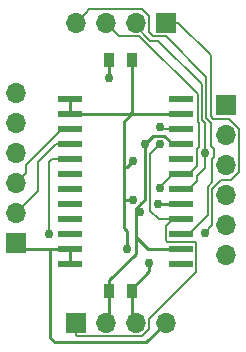
<source format=gtl>
G04 #@! TF.FileFunction,Copper,L1,Top,Signal*
%FSLAX46Y46*%
G04 Gerber Fmt 4.6, Leading zero omitted, Abs format (unit mm)*
G04 Created by KiCad (PCBNEW 4.0.4-stable) date 12/02/17 16:34:21*
%MOMM*%
%LPD*%
G01*
G04 APERTURE LIST*
%ADD10C,0.100000*%
%ADD11R,0.900000X1.300000*%
%ADD12R,2.000000X0.600000*%
%ADD13R,1.700000X1.700000*%
%ADD14O,1.700000X1.700000*%
%ADD15C,0.762000*%
%ADD16C,0.254000*%
%ADD17C,0.177800*%
G04 APERTURE END LIST*
D10*
D11*
X147590000Y-95250000D03*
X149490000Y-95250000D03*
X147590000Y-114808000D03*
X149490000Y-114808000D03*
D12*
X153672000Y-112522000D03*
X153672000Y-111252000D03*
X153672000Y-109982000D03*
X153672000Y-108712000D03*
X153672000Y-107442000D03*
X153672000Y-106172000D03*
X153672000Y-104902000D03*
X153672000Y-103632000D03*
X153672000Y-102362000D03*
X153672000Y-101092000D03*
X153672000Y-99822000D03*
X153672000Y-98552000D03*
X144272000Y-98552000D03*
X144272000Y-99822000D03*
X144272000Y-101092000D03*
X144272000Y-102362000D03*
X144272000Y-103632000D03*
X144272000Y-104902000D03*
X144272000Y-106172000D03*
X144272000Y-107442000D03*
X144272000Y-108712000D03*
X144272000Y-109982000D03*
X144272000Y-111252000D03*
X144272000Y-112522000D03*
D13*
X157480000Y-99060000D03*
D14*
X157480000Y-101600000D03*
X157480000Y-104140000D03*
X157480000Y-106680000D03*
X157480000Y-109220000D03*
X157480000Y-111760000D03*
D13*
X139700000Y-110744000D03*
D14*
X139700000Y-108204000D03*
X139700000Y-105664000D03*
X139700000Y-103124000D03*
X139700000Y-100584000D03*
X139700000Y-98044000D03*
D13*
X152400000Y-92075000D03*
D14*
X149860000Y-92075000D03*
X147320000Y-92075000D03*
X144780000Y-92075000D03*
D13*
X144780000Y-117475000D03*
D14*
X147320000Y-117475000D03*
X149860000Y-117475000D03*
X152400000Y-117475000D03*
D15*
X150241000Y-108150010D03*
X150622000Y-102362000D03*
X147574000Y-96774000D03*
X149606000Y-103759000D03*
X149606000Y-107061000D03*
X151765000Y-107442000D03*
X151003000Y-112440991D03*
X149098000Y-111252000D03*
X155702000Y-109855000D03*
X155702000Y-103124000D03*
X151892000Y-106102189D03*
X151892000Y-102362000D03*
X142494000Y-109982000D03*
X151874375Y-100945988D03*
D16*
X149860000Y-107823000D02*
X149913990Y-107823000D01*
X150314001Y-107368999D02*
X149860000Y-107823000D01*
X150622000Y-107061000D02*
X150314001Y-107368999D01*
X150622000Y-102362000D02*
X150622000Y-107061000D01*
X149913990Y-107823000D02*
X150241000Y-108150010D01*
X149860000Y-107823000D02*
X149860000Y-110236000D01*
X151002999Y-101981001D02*
X150622000Y-102362000D01*
X151330002Y-101653998D02*
X151002999Y-101981001D01*
X153672000Y-102362000D02*
X152972000Y-102362000D01*
X152972000Y-102362000D02*
X152263998Y-101653998D01*
X152263998Y-101653998D02*
X151330002Y-101653998D01*
X147574000Y-96774000D02*
X147574000Y-95266000D01*
X147574000Y-95266000D02*
X147590000Y-95250000D01*
X147590000Y-114808000D02*
X147590000Y-113904000D01*
X147590000Y-113904000D02*
X149860000Y-111634000D01*
X149860000Y-111634000D02*
X149860000Y-110236000D01*
X149860000Y-110236000D02*
X150876000Y-111252000D01*
X150876000Y-111252000D02*
X153672000Y-111252000D01*
X147590000Y-114808000D02*
X147590000Y-117205000D01*
X147590000Y-117205000D02*
X147320000Y-117475000D01*
X148844000Y-100457000D02*
X148844000Y-104267000D01*
X148844000Y-104267000D02*
X148844000Y-107188000D01*
X149606000Y-103759000D02*
X149098000Y-104267000D01*
X149098000Y-104267000D02*
X148844000Y-104267000D01*
X148844000Y-107188000D02*
X148844000Y-109474000D01*
X149606000Y-107061000D02*
X148971000Y-107061000D01*
X148971000Y-107061000D02*
X148844000Y-107188000D01*
X153672000Y-107442000D02*
X151765000Y-107442000D01*
X151003000Y-112979806D02*
X151003000Y-112440991D01*
X149490000Y-114608000D02*
X151003000Y-113095000D01*
X149490000Y-114808000D02*
X149490000Y-114608000D01*
X151003000Y-113095000D02*
X151003000Y-112979806D01*
X149098000Y-111252000D02*
X149098000Y-109728000D01*
X149098000Y-109728000D02*
X148844000Y-109474000D01*
X149479000Y-99822000D02*
X153672000Y-99822000D01*
X149479000Y-99822000D02*
X148844000Y-100457000D01*
X149352000Y-99822000D02*
X149479000Y-99822000D01*
X144272000Y-99822000D02*
X149352000Y-99822000D01*
X149490000Y-95250000D02*
X149490000Y-99684000D01*
X149490000Y-99684000D02*
X149352000Y-99822000D01*
X144272000Y-98552000D02*
X144272000Y-99822000D01*
X149490000Y-114808000D02*
X149490000Y-117105000D01*
X149490000Y-117105000D02*
X149860000Y-117475000D01*
X144272000Y-111252000D02*
X142621000Y-111252000D01*
X142621000Y-111252000D02*
X140208000Y-111252000D01*
X152400000Y-117475000D02*
X150749000Y-119126000D01*
X142621000Y-118745000D02*
X142621000Y-111252000D01*
X150749000Y-119126000D02*
X143002000Y-119126000D01*
X143002000Y-119126000D02*
X142621000Y-118745000D01*
X140208000Y-111252000D02*
X139700000Y-110744000D01*
X144272000Y-111252000D02*
X144272000Y-112522000D01*
D17*
X156210000Y-100010022D02*
X156210000Y-94857200D01*
X156210000Y-94857200D02*
X153427800Y-92075000D01*
X153427800Y-92075000D02*
X152400000Y-92075000D01*
X158618901Y-101053327D02*
X157764475Y-100198901D01*
X157895574Y-105410000D02*
X158618901Y-104686673D01*
X157764475Y-100198901D02*
X156398879Y-100198901D01*
X156398879Y-100198901D02*
X156210000Y-100010022D01*
X157064426Y-105410000D02*
X157895574Y-105410000D01*
X158618901Y-104686673D02*
X158618901Y-101053327D01*
X155702000Y-109855000D02*
X156341099Y-109215901D01*
X156341099Y-109215901D02*
X156341099Y-106133327D01*
X156341099Y-106133327D02*
X157064426Y-105410000D01*
X156498901Y-103445553D02*
X156498901Y-102802447D01*
X156210000Y-100544327D02*
X155832189Y-100166516D01*
X153672000Y-109982000D02*
X154372000Y-109982000D01*
X150406673Y-90936099D02*
X145918901Y-90936099D01*
X155963288Y-105976833D02*
X156341099Y-105599023D01*
X155832189Y-96658459D02*
X152387631Y-93213901D01*
X145918901Y-90936099D02*
X145629999Y-91225001D01*
X151318879Y-93213901D02*
X150998901Y-92893923D01*
X155832189Y-100166516D02*
X155832189Y-96658459D01*
X156210000Y-102513546D02*
X156210000Y-100544327D01*
X156498901Y-102802447D02*
X156210000Y-102513546D01*
X156341099Y-103603355D02*
X156498901Y-103445553D01*
X156341099Y-105599023D02*
X156341099Y-103603355D01*
X155963288Y-108390712D02*
X155963288Y-105976833D01*
X145629999Y-91225001D02*
X144780000Y-92075000D01*
X154372000Y-109982000D02*
X155963288Y-108390712D01*
X150998901Y-91528327D02*
X150406673Y-90936099D01*
X150998901Y-92893923D02*
X150998901Y-91528327D01*
X152387631Y-93213901D02*
X151318879Y-93213901D01*
X155702000Y-104418546D02*
X155702000Y-103759000D01*
X155702000Y-103759000D02*
X155702000Y-100570632D01*
X155702000Y-103124000D02*
X155702000Y-103759000D01*
X151731408Y-93591712D02*
X151066038Y-93591712D01*
X155702000Y-100570632D02*
X155454378Y-100323010D01*
X155032099Y-105088447D02*
X155702000Y-104418546D01*
X149860000Y-92385674D02*
X149860000Y-92075000D01*
X155032099Y-105511901D02*
X155032099Y-105088447D01*
X155454378Y-100323010D02*
X155454378Y-97314682D01*
X153672000Y-106172000D02*
X154372000Y-106172000D01*
X154372000Y-106172000D02*
X155032099Y-105511901D01*
X151066038Y-93591712D02*
X149860000Y-92385674D01*
X155454378Y-97314682D02*
X151731408Y-93591712D01*
X152972000Y-104902000D02*
X151892000Y-105982000D01*
X153672000Y-104902000D02*
X152972000Y-104902000D01*
X151892000Y-105982000D02*
X151892000Y-106102189D01*
X155076567Y-98136545D02*
X150153923Y-93213901D01*
X150153923Y-93213901D02*
X148458901Y-93213901D01*
X155194000Y-100596937D02*
X155076567Y-100479504D01*
X155032099Y-102802447D02*
X155194000Y-102640546D01*
X154372000Y-104902000D02*
X155032099Y-104241901D01*
X153672000Y-104902000D02*
X154372000Y-104902000D01*
X155194000Y-102640546D02*
X155194000Y-100596937D01*
X155032099Y-104241901D02*
X155032099Y-102802447D01*
X148458901Y-93213901D02*
X148169999Y-92924999D01*
X148169999Y-92924999D02*
X147320000Y-92075000D01*
X155076567Y-100479504D02*
X155076567Y-98136545D01*
X151095098Y-108017554D02*
X151095098Y-103158902D01*
X151511001Y-102742999D02*
X151892000Y-102362000D01*
X151095098Y-103158902D02*
X151511001Y-102742999D01*
X151789544Y-108712000D02*
X151095098Y-108017554D01*
X153672000Y-108712000D02*
X151789544Y-108712000D01*
X153672000Y-108712000D02*
X152972000Y-108712000D01*
X152383099Y-109300901D02*
X152383099Y-110513121D01*
X154903121Y-110663099D02*
X154960901Y-110720879D01*
X152972000Y-108712000D02*
X152383099Y-109300901D01*
X154960901Y-110720879D02*
X154960901Y-113228525D01*
X152383099Y-110513121D02*
X152533077Y-110663099D01*
X152533077Y-110663099D02*
X154903121Y-110663099D01*
X154960901Y-113228525D02*
X150998901Y-117190525D01*
X150998901Y-117190525D02*
X150998901Y-118021673D01*
X150998901Y-118021673D02*
X150406673Y-118613901D01*
X150406673Y-118613901D02*
X144891101Y-118613901D01*
X144891101Y-118613901D02*
X144780000Y-118502800D01*
X144780000Y-118502800D02*
X144780000Y-117475000D01*
X142748000Y-103632000D02*
X142494000Y-103886000D01*
X142494000Y-103886000D02*
X142494000Y-109982000D01*
X144272000Y-103632000D02*
X142748000Y-103632000D01*
X140549999Y-107354001D02*
X139700000Y-108204000D01*
X143094200Y-102362000D02*
X141605000Y-103851200D01*
X141605000Y-103851200D02*
X141605000Y-106299000D01*
X144272000Y-102362000D02*
X143094200Y-102362000D01*
X141605000Y-106299000D02*
X140549999Y-107354001D01*
X144272000Y-101092000D02*
X143572000Y-101092000D01*
X140549999Y-104814001D02*
X139700000Y-105664000D01*
X143572000Y-101092000D02*
X140549999Y-104114001D01*
X140549999Y-104114001D02*
X140549999Y-104814001D01*
X152020387Y-101092000D02*
X151874375Y-100945988D01*
X153672000Y-101092000D02*
X152020387Y-101092000D01*
M02*

</source>
